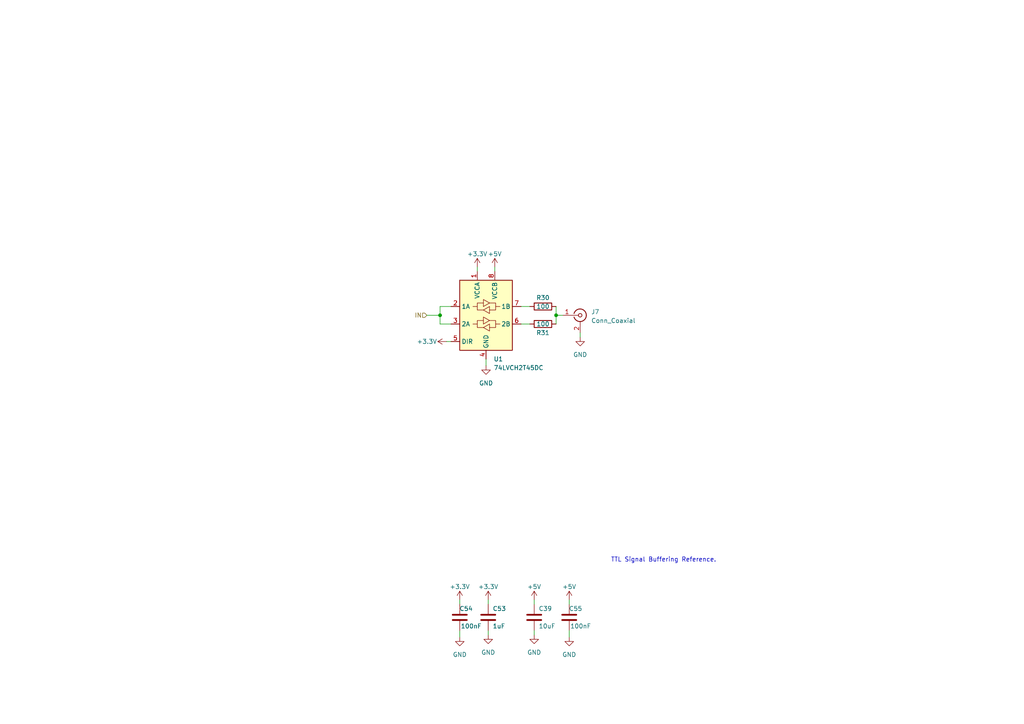
<source format=kicad_sch>
(kicad_sch (version 20231120) (generator "eeschema") (generator_version "8.0")
  (paper "A4")
  (title_block (title "Lickety Split Capacitive Lick Detector Main Board") (date "2023-09-01") (rev "0.10") (company "The Allen Institute for Neural Dynamics"))
  (lib_symbols
    (symbol "Connector:Conn_Coaxial" (pin_names (offset 1.016) hide)
      (property "Reference" "J" (at 0.254 3.048 0))
      (property "Value" "Conn_Coaxial" (at 2.921 0 90))
      (symbol "Conn_Coaxial_0_1"
        (arc (start -1.778 -0.508) (mid 0.2311 -1.8066) (end 1.778 0) (stroke (width 0.254)))
        (polyline (pts (xy -2.54 0) (xy -0.508 0)))
        (polyline (pts (xy 0 -2.54) (xy 0 -1.778)))
        (circle (center 0 0) (radius 0.508) (stroke (width 0.2032)))
        (arc (start 1.778 0) (mid 0.2099 1.8101) (end -1.778 0.508) (stroke (width 0.254)))
      )
      (symbol "Conn_Coaxial_1_1"
        (pin passive line (at -5.08 0 0) (length 2.54) (name "In") (number "1"))
        (pin passive line (at 0 -5.08 90) (length 2.54) (name "Ext") (number "2"))
      )
    )
    (symbol "Device:C" (pin_numbers hide) (pin_names (offset 0.254))
      (property "Reference" "C" (at 0.635 2.54 0))
      (property "Value" "C" (at 0.635 -2.54 0))
      (symbol "C_0_1"
        (polyline (pts (xy -2.032 -0.762) (xy 2.032 -0.762)) (stroke (width 0.508)))
        (polyline (pts (xy -2.032 0.762) (xy 2.032 0.762)) (stroke (width 0.508)))
      )
      (symbol "C_1_1"
        (pin passive line (at 0 3.81 270) (length 2.794) (name "~") (number "1"))
        (pin passive line (at 0 -3.81 90) (length 2.794) (name "~") (number "2"))
      )
    )
    (symbol "Device:R" (pin_numbers hide) (pin_names (offset 0))
      (property "Reference" "R" (at 2.032 0 90))
      (property "Value" "R" (at 0 0 90))
      (symbol "R_0_1"
        (rectangle (start -1.016 -2.54) (end 1.016 2.54) (stroke (width 0.254)))
      )
      (symbol "R_1_1"
        (pin passive line (at 0 3.81 270) (length 1.27) (name "~") (number "1"))
        (pin passive line (at 0 -3.81 90) (length 1.27) (name "~") (number "2"))
      )
    )
    (symbol "Logic_LevelTranslator:74LVCH2T45DC"
      (property "Reference" "U" (at 6.35 -11.43 0))
      (property "Value" "74LVCH2T45DC" (at 10.16 11.43 0))
      (symbol "74LVCH2T45DC_1_1"
        (rectangle (start -7.62 10.16) (end 7.62 -10.16) (stroke (width 0.254)) (fill (type background)))
        (polyline (pts (xy -2.54 -2.54) (xy -2.54 -1.524) (xy -0.762 -1.524)))
        (polyline (pts (xy -2.54 2.54) (xy -2.54 3.556) (xy -0.762 3.556)))
        (polyline (pts (xy 2.794 -2.54) (xy 2.794 -3.556) (xy 1.016 -3.556)))
        (polyline (pts (xy 2.794 2.54) (xy 2.794 1.524) (xy 1.016 1.524)))
        (polyline (pts (xy -0.762 -3.556) (xy -2.54 -3.556) (xy -2.54 -2.54) (xy -3.81 -2.54)))
        (polyline (pts (xy -0.762 -2.54) (xy -0.762 -0.508) (xy 1.016 -1.524) (xy -0.762 -2.54)))
        (polyline (pts (xy -0.762 1.524) (xy -2.54 1.524) (xy -2.54 2.54) (xy -3.81 2.54)))
        (polyline (pts (xy -0.762 2.54) (xy -0.762 4.572) (xy 1.016 3.556) (xy -0.762 2.54)))
        (polyline (pts (xy 1.016 -1.524) (xy 2.794 -1.524) (xy 2.794 -2.54) (xy 4.064 -2.54)))
        (polyline (pts (xy 1.016 3.556) (xy 2.794 3.556) (xy 2.794 2.54) (xy 4.064 2.54)))
        (polyline (pts (xy 1.016 -2.54) (xy 1.016 -4.318) (xy 1.016 -4.572) (xy -0.762 -3.556) (xy 1.016 -2.54)))
        (polyline (pts (xy 1.016 2.54) (xy 1.016 0.762) (xy 1.016 0.508) (xy -0.762 1.524) (xy 1.016 2.54)))
        (pin power_in line (at -2.54 12.7 270) (length 2.54) (name "VCCA") (number "1"))
        (pin bidirectional line (at -10.16 2.54 0) (length 2.54) (name "1A") (number "2"))
        (pin bidirectional line (at -10.16 -2.54 0) (length 2.54) (name "2A") (number "3"))
        (pin power_in line (at 0 -12.7 90) (length 2.54) (name "GND") (number "4"))
        (pin input line (at -10.16 -7.62 0) (length 2.54) (name "DIR") (number "5"))
        (pin bidirectional line (at 10.16 -2.54 180) (length 2.54) (name "2B") (number "6"))
        (pin bidirectional line (at 10.16 2.54 180) (length 2.54) (name "1B") (number "7"))
        (pin power_in line (at 2.54 12.7 270) (length 2.54) (name "VCCB") (number "8"))
      )
    )
    (symbol "power:+3.3V" (power) (pin_names (offset 0))
      (property "Value" "+3.3V" (at 0 3.556 0))
      (symbol "+3.3V_0_1"
        (polyline (pts (xy -0.762 1.27) (xy 0 2.54)))
        (polyline (pts (xy 0 0) (xy 0 2.54)))
        (polyline (pts (xy 0 2.54) (xy 0.762 1.27)))
      )
      (symbol "+3.3V_1_1"
        (pin power_in line (at 0 0 90) (length 0) hide (name "+3.3V") (number "1"))
      )
    )
    (symbol "power:+5V" (power) (pin_names (offset 0))
      (property "Value" "+5V" (at 0 3.556 0))
      (symbol "+5V_0_1"
        (polyline (pts (xy -0.762 1.27) (xy 0 2.54)))
        (polyline (pts (xy 0 0) (xy 0 2.54)))
        (polyline (pts (xy 0 2.54) (xy 0.762 1.27)))
      )
      (symbol "+5V_1_1"
        (pin power_in line (at 0 0 90) (length 0) hide (name "+5V") (number "1"))
      )
    )
    (symbol "power:GND" (power) (pin_names (offset 0))
      (property "Value" "GND" (at 0 -3.81 0))
      (symbol "GND_0_1"
        (polyline (pts (xy 0 0) (xy 0 -1.27) (xy 1.27 -1.27) (xy 0 -2.54) (xy -1.27 -1.27) (xy 0 -1.27)))
      )
      (symbol "GND_1_1"
        (pin power_in line (at 0 0 270) (length 0) hide (name "GND") (number "1"))
      )
    )
  )
  (junction (at 127.635 91.44))
  (junction (at 161.29 91.44))
  (wire (pts (xy 165.1 173.99) (xy 165.1 175.26)))
  (wire (pts (xy 127.635 88.9) (xy 127.635 91.44)))
  (wire (pts (xy 138.43 77.47) (xy 138.43 78.74)))
  (wire (pts (xy 127.635 91.44) (xy 127.635 93.98)))
  (wire (pts (xy 141.605 182.88) (xy 141.605 184.15)))
  (wire (pts (xy 161.29 91.44) (xy 163.195 91.44)))
  (wire (pts (xy 151.13 93.98) (xy 153.67 93.98)))
  (wire (pts (xy 161.29 91.44) (xy 161.29 93.98)))
  (wire (pts (xy 123.825 91.44) (xy 127.635 91.44)))
  (wire (pts (xy 140.97 104.14) (xy 140.97 106.045)))
  (wire (pts (xy 165.1 182.88) (xy 165.1 184.785)))
  (wire (pts (xy 130.81 88.9) (xy 127.635 88.9)))
  (wire (pts (xy 151.13 88.9) (xy 153.67 88.9)))
  (wire (pts (xy 154.94 173.99) (xy 154.94 175.26)))
  (wire (pts (xy 129.54 99.06) (xy 130.81 99.06)))
  (wire (pts (xy 141.605 173.99) (xy 141.605 175.26)))
  (wire (pts (xy 127.635 93.98) (xy 130.81 93.98)))
  (wire (pts (xy 168.275 96.52) (xy 168.275 97.79)))
  (wire (pts (xy 154.94 182.88) (xy 154.94 184.15)))
  (wire (pts (xy 143.51 77.47) (xy 143.51 78.74)))
  (wire (pts (xy 133.35 173.99) (xy 133.35 175.26)))
  (wire (pts (xy 133.35 182.88) (xy 133.35 184.785)))
  (wire (pts (xy 161.29 88.9) (xy 161.29 91.44)))
  (text "TTL Signal Buffering Reference." (at 177.165 163.195 0) (effects (font (size 1.27 1.27)) (justify left bottom)))
  (hierarchical_label "IN" (shape input) (at 123.825 91.44 180))
  (symbol (lib_id "Device:C") (at 141.605 179.07 0) (unit 1)
    (property "Reference" "C53" (at 142.875 176.53 0) (effects (justify left)))
    (property "Value" "1uF" (at 142.875 181.61 0) (effects (justify left)))
    (property "Footprint" "Capacitor_SMD:C_0402_1005Metric" (effects (hide yes)))
    (property "Datasheet" "https://search.murata.co.jp/Ceramy/image/img/A01X/G101/ENG/GRM155R6YA105KE11-01.pdf" (effects (hide yes)))
    (property "Notes" "must not be polarized" (effects (hide yes)))
    (property "Link" "https://www.digikey.com/en/products/detail/murata-electronics/GRM155R6YA105KE11J/4905163" (effects (hide yes)))
    (property "Manufacturer Number" "GRM155R6YA105KE11J" (effects (hide yes)))
    (property "Manufacturer" "Murata Electronics" (effects (hide yes)))
    (property "Rated Voltage" "35V" (effects (hide yes)))
    (property "Temperature Coefficient" "X5R" (effects (hide yes)))
  )
  (symbol (lib_id "power:+5V") (at 165.1 173.99 0) (unit 1)
    (property "Reference" "#PWR0115" (effects (hide yes)))
    (property "Value" "+5V" (at 165.1 170.18 0))
  )
  (symbol (lib_id "power:GND") (at 154.94 184.15 0) (unit 1)
    (property "Reference" "#PWR083" (effects (hide yes)))
    (property "Value" "GND" (at 154.94 189.23 0))
  )
  (symbol (lib_id "power:GND") (at 140.97 106.045 0) (unit 1)
    (property "Reference" "#PWR099" (effects (hide yes)))
    (property "Value" "GND" (at 140.97 111.125 0))
  )
  (symbol (lib_id "power:GND") (at 165.1 184.785 0) (unit 1)
    (property "Reference" "#PWR0114" (effects (hide yes)))
    (property "Value" "GND" (at 165.1 189.865 0))
  )
  (symbol (lib_id "power:+3.3V") (at 129.54 99.06 90) (unit 1)
    (property "Reference" "#PWR080" (effects (hide yes)))
    (property "Value" "+3.3V" (at 123.825 99.06 90))
  )
  (symbol (lib_id "power:GND") (at 141.605 184.15 0) (unit 1)
    (property "Reference" "#PWR081" (effects (hide yes)))
    (property "Value" "GND" (at 141.605 189.23 0))
  )
  (symbol (lib_id "Device:C") (at 154.94 179.07 0) (unit 1)
    (property "Reference" "C39" (at 156.21 176.53 0) (effects (justify left)))
    (property "Value" "10uF" (at 156.21 181.61 0) (effects (justify left)))
    (property "Footprint" "Capacitor_SMD:C_0805_2012Metric" (effects (hide yes)))
    (property "Datasheet" "https://search.murata.co.jp/Ceramy/image/img/A01X/G101/ENG/GRM21BZ71E106KE15-01.pdf" (effects (hide yes)))
    (property "Link" "https://www.digikey.com/en/products/detail/murata-electronics/GRM21BZ71E106KE15L/13904911" (effects (hide yes)))
    (property "Manufacturer Number" "GRM21BZ71E106KE15L" (effects (hide yes)))
    (property "Rated Voltage" "25V" (effects (hide yes)))
    (property "Temperature Coefficient" "X7R" (effects (hide yes)))
    (property "Manufacturer" "Murata Electronics" (effects (hide yes)))
    (property "Alternate" "CL21B106KOQNNNE" (effects (hide yes)))
  )
  (symbol (lib_id "power:+3.3V") (at 138.43 77.47 0) (unit 1)
    (property "Reference" "#PWR097" (effects (hide yes)))
    (property "Value" "+3.3V" (at 138.43 73.66 0))
  )
  (symbol (lib_id "power:+5V") (at 143.51 77.47 0) (unit 1)
    (property "Reference" "#PWR098" (effects (hide yes)))
    (property "Value" "+5V" (at 143.51 73.66 0))
  )
  (symbol (lib_id "power:+3.3V") (at 141.605 173.99 0) (unit 1)
    (property "Reference" "#PWR0102" (effects (hide yes)))
    (property "Value" "+3.3V" (at 141.605 170.18 0))
  )
  (symbol (lib_id "Logic_LevelTranslator:74LVCH2T45DC") (at 140.97 91.44 0) (unit 1)
    (property "Reference" "U1" (at 143.1641 104.14 0) (effects (justify left)))
    (property "Value" "74LVCH2T45DC" (at 143.1641 106.68 0) (effects (justify left)))
    (property "Footprint" "Package_SO:VSSOP-8_2.3x2mm_P0.5mm" (effects (hide yes)))
    (property "Datasheet" "https://assets.nexperia.com/documents/data-sheet/74LVC_LVCH2T45.pdf" (effects (hide yes)))
    (property "Link" "https://www.digikey.com/en/products/detail/nexperia-usa-inc/74LVCH2T45DC-125/2530613" (effects (hide yes)))
    (property "Manufacturer" "Nexperia USA Inc." (effects (hide yes)))
    (property "Manufacturer Number" "74LVCH2T45DC,125" (effects (hide yes)))
  )
  (symbol (lib_id "power:GND") (at 168.275 97.79 0) (unit 1)
    (property "Reference" "#PWR084" (effects (hide yes)))
    (property "Value" "GND" (at 168.275 102.87 0))
  )
  (symbol (lib_id "Device:C") (at 133.35 179.07 180) (unit 1)
    (property "Reference" "C54" (at 137.16 176.53 0) (effects (justify left)))
    (property "Value" "100nF" (at 139.7 181.61 0) (effects (justify left)))
    (property "Footprint" "Capacitor_SMD:C_0402_1005Metric" (effects (hide yes)))
    (property "Datasheet" "http://www.passivecomponent.com/wp-content/uploads/datasheet/WTC_MLCC_General_Purpose.pdf" (effects (hide yes)))
    (property "Link" "https://www.digikey.com/en/products/detail/walsin-technology-corporation/0402B104K160CT/6707534" (effects (hide yes)))
    (property "Manufacturer" "Walson Technology Corporation" (effects (hide yes)))
    (property "Manufacturer Number" "0402B104K160CT" (effects (hide yes)))
    (property "Rated Voltage" "16V" (effects (hide yes)))
    (property "Temperature Coefficient" "X7R" (effects (hide yes)))
    (property "Tolerance" "10%" (effects (hide yes)))
    (property "PCBWay Link" "https://www.pcbway.com/components/detail/0402B104K160CT/307171/" (effects (hide yes)))
  )
  (symbol (lib_id "Connector:Conn_Coaxial") (at 168.275 91.44 0) (unit 1)
    (property "Reference" "J7" (at 171.45 90.4632 0) (effects (justify left)))
    (property "Value" "Conn_Coaxial" (at 171.45 93.0032 0) (effects (justify left)))
    (property "Footprint" "kicad_component_library:SMA_TE_Connectivity_CONSMA002-SMD-G-T_Horizontal" (effects (hide yes)))
    (property "Link" "https://www.digikey.com/en/products/detail/te-connectivity-linx/CONSMA002-SMD-G-T/10524518" (effects (hide yes)))
    (property "Manufacturer" " TE Connectivity Linx" (effects (hide yes)))
    (property "Manufacturer Number" "CONSMA002-SMD-G-T" (effects (hide yes)))
  )
  (symbol (lib_id "power:GND") (at 133.35 184.785 0) (unit 1)
    (property "Reference" "#PWR0113" (effects (hide yes)))
    (property "Value" "GND" (at 133.35 189.865 0))
  )
  (symbol (lib_id "power:+5V") (at 154.94 173.99 0) (unit 1)
    (property "Reference" "#PWR082" (effects (hide yes)))
    (property "Value" "+5V" (at 154.94 170.18 0))
  )
  (symbol (lib_id "Device:R") (at 157.48 93.98 90) (unit 1)
    (property "Reference" "R31" (at 157.48 96.52 90))
    (property "Value" "100" (at 157.48 93.98 90))
    (property "Footprint" "Resistor_SMD:R_0603_1608Metric_Pad0.98x0.95mm_HandSolder" (effects (hide yes)))
    (property "Datasheet" "https://www.yageo.com/upload/media/product/productsearch/datasheet/rchip/PYu-SR_20105_RoHS_L_10.pdf" (effects (hide yes)))
    (property "Link" "https://www.digikey.com/en/products/detail/yageo/SR0603FR-7T100RL/9373096" (effects (hide yes)))
    (property "Manufacturer" "Yageo" (effects (hide yes)))
    (property "Manufacturer Number" "SR0603FR-7T100RL" (effects (hide yes)))
    (property "Notes" "1/4W" (effects (hide yes)))
    (property "Tolerance" "1%" (effects (hide yes)))
  )
  (symbol (lib_id "Device:C") (at 165.1 179.07 180) (unit 1)
    (property "Reference" "C55" (at 168.91 176.53 0) (effects (justify left)))
    (property "Value" "100nF" (at 171.45 181.61 0) (effects (justify left)))
    (property "Footprint" "Capacitor_SMD:C_0402_1005Metric" (effects (hide yes)))
    (property "Datasheet" "http://www.passivecomponent.com/wp-content/uploads/datasheet/WTC_MLCC_General_Purpose.pdf" (effects (hide yes)))
    (property "Link" "https://www.digikey.com/en/products/detail/walsin-technology-corporation/0402B104K160CT/6707534" (effects (hide yes)))
    (property "Manufacturer" "Walson Technology Corporation" (effects (hide yes)))
    (property "Manufacturer Number" "0402B104K160CT" (effects (hide yes)))
    (property "Rated Voltage" "16V" (effects (hide yes)))
    (property "Temperature Coefficient" "X7R" (effects (hide yes)))
    (property "Tolerance" "10%" (effects (hide yes)))
    (property "PCBWay Link" "https://www.pcbway.com/components/detail/0402B104K160CT/307171/" (effects (hide yes)))
  )
  (symbol (lib_id "power:+3.3V") (at 133.35 173.99 0) (unit 1)
    (property "Reference" "#PWR0112" (effects (hide yes)))
    (property "Value" "+3.3V" (at 133.35 170.18 0))
  )
  (symbol (lib_id "Device:R") (at 157.48 88.9 90) (unit 1)
    (property "Reference" "R30" (at 157.48 86.36 90))
    (property "Value" "100" (at 157.48 88.9 90))
    (property "Footprint" "Resistor_SMD:R_0603_1608Metric_Pad0.98x0.95mm_HandSolder" (effects (hide yes)))
    (property "Datasheet" "https://www.yageo.com/upload/media/product/productsearch/datasheet/rchip/PYu-SR_20105_RoHS_L_10.pdf" (effects (hide yes)))
    (property "Link" "https://www.digikey.com/en/products/detail/yageo/SR0603FR-7T100RL/9373096" (effects (hide yes)))
    (property "Manufacturer" "Yageo" (effects (hide yes)))
    (property "Manufacturer Number" "SR0603FR-7T100RL" (effects (hide yes)))
    (property "Notes" "1/4W" (effects (hide yes)))
    (property "Tolerance" "1%" (effects (hide yes)))
  )
)
</source>
